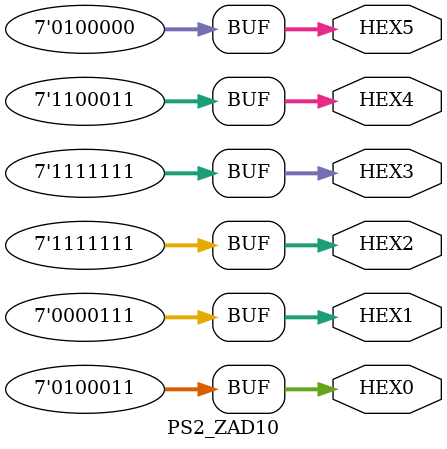
<source format=v>
module PS2_ZAD10(
	output [6:0] HEX0, HEX1, HEX2, HEX3, HEX4, HEX5);
		assign HEX0=7'b0100011;		//	o
		assign HEX1=7'b0000111;		// t
		assign HEX2=7'b1111111; 	//spacja
		assign HEX3=7'b1111111; 	//spacja
		assign HEX4=7'b1100011;		// u
		assign HEX5=7'b0100000;		// a
		
endmodule

</source>
